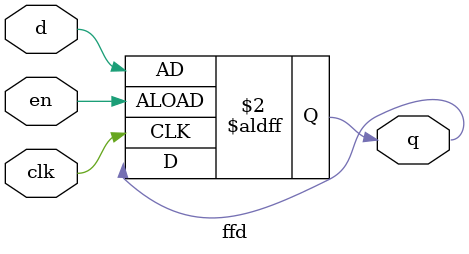
<source format=sv>
module ffd(input logic d, en, clk,
            output logic q);

always_ff@(posedge clk, posedge en)
    if (en) q <= d;

endmodule
</source>
